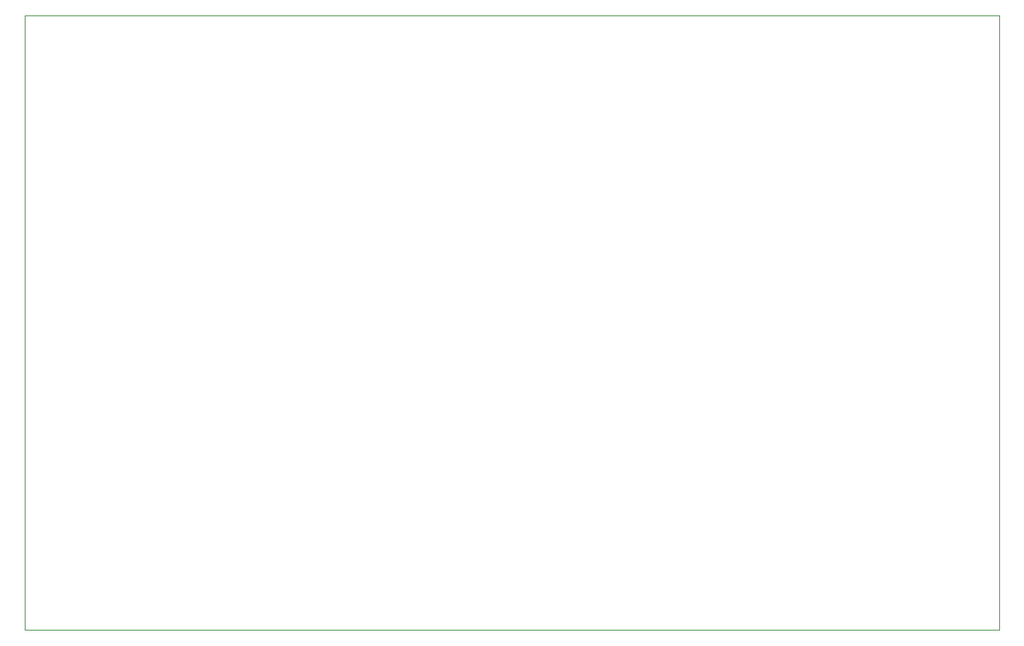
<source format=gbr>
G04 #@! TF.FileFunction,Profile,NP*
%FSLAX46Y46*%
G04 Gerber Fmt 4.6, Leading zero omitted, Abs format (unit mm)*
G04 Created by KiCad (PCBNEW 4.0.7) date 01/05/18 13:24:08*
%MOMM*%
%LPD*%
G01*
G04 APERTURE LIST*
%ADD10C,0.100000*%
G04 APERTURE END LIST*
D10*
X17780000Y-58420000D02*
X17780000Y-59690000D01*
X124460000Y-58420000D02*
X17780000Y-58420000D01*
X124460000Y-125730000D02*
X124460000Y-58420000D01*
X17780000Y-125730000D02*
X124460000Y-125730000D01*
X17780000Y-59690000D02*
X17780000Y-125730000D01*
M02*

</source>
